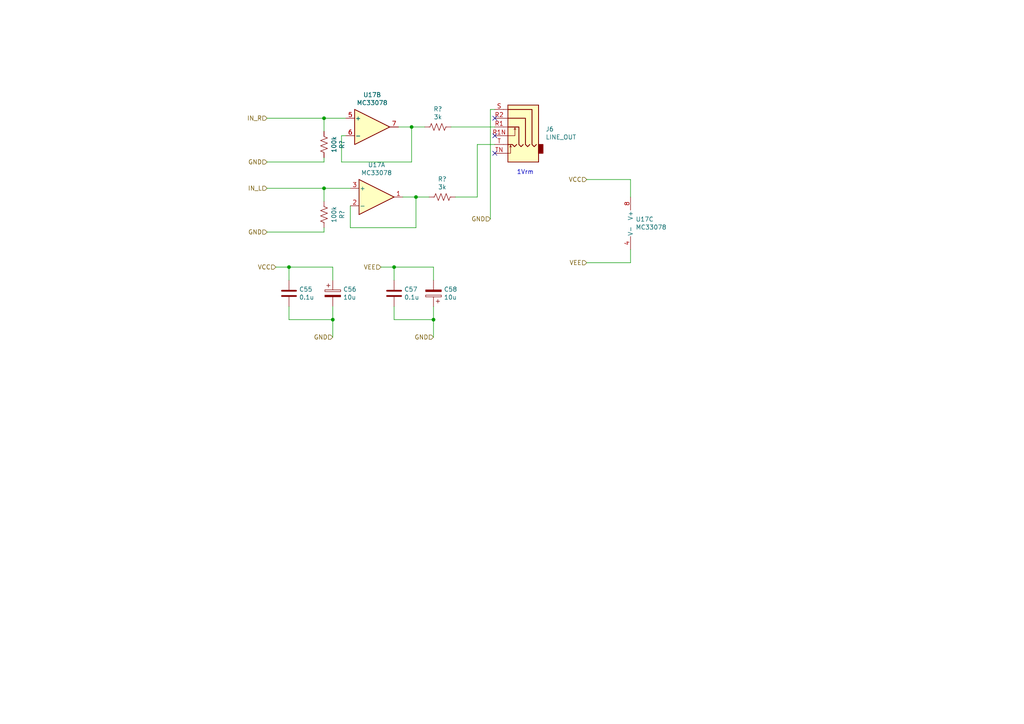
<source format=kicad_sch>
(kicad_sch (version 20230121) (generator eeschema)

  (uuid f01cc615-dade-43a2-b07c-90fa59f4a93a)

  (paper "A4")

  (lib_symbols
    (symbol "Amplifier_Operational:MC33078" (pin_names (offset 0.127)) (in_bom yes) (on_board yes)
      (property "Reference" "U" (at 0 5.08 0)
        (effects (font (size 1.27 1.27)) (justify left))
      )
      (property "Value" "MC33078" (at 0 -5.08 0)
        (effects (font (size 1.27 1.27)) (justify left))
      )
      (property "Footprint" "" (at 0 0 0)
        (effects (font (size 1.27 1.27)) hide)
      )
      (property "Datasheet" "https://www.onsemi.com/pub/Collateral/MC33078-D.PDF" (at 0 0 0)
        (effects (font (size 1.27 1.27)) hide)
      )
      (property "ki_locked" "" (at 0 0 0)
        (effects (font (size 1.27 1.27)))
      )
      (property "ki_keywords" "dual opamp" (at 0 0 0)
        (effects (font (size 1.27 1.27)) hide)
      )
      (property "ki_description" "Low Noise, Dual Operational Amplifiers, DIP-8/SOIC-8/SSOP-8" (at 0 0 0)
        (effects (font (size 1.27 1.27)) hide)
      )
      (property "ki_fp_filters" "SOIC*3.9x4.9mm*P1.27mm* DIP*W7.62mm* TO*99* OnSemi*Micro8* TSSOP*3x3mm*P0.65mm* TSSOP*4.4x3mm*P0.65mm* MSOP*3x3mm*P0.65mm* SSOP*3.9x4.9mm*P0.635mm* LFCSP*2x2mm*P0.5mm* *SIP* SOIC*5.3x6.2mm*P1.27mm*" (at 0 0 0)
        (effects (font (size 1.27 1.27)) hide)
      )
      (symbol "MC33078_1_1"
        (polyline
          (pts
            (xy -5.08 5.08)
            (xy 5.08 0)
            (xy -5.08 -5.08)
            (xy -5.08 5.08)
          )
          (stroke (width 0.254) (type default))
          (fill (type background))
        )
        (pin output line (at 7.62 0 180) (length 2.54)
          (name "~" (effects (font (size 1.27 1.27))))
          (number "1" (effects (font (size 1.27 1.27))))
        )
        (pin input line (at -7.62 -2.54 0) (length 2.54)
          (name "-" (effects (font (size 1.27 1.27))))
          (number "2" (effects (font (size 1.27 1.27))))
        )
        (pin input line (at -7.62 2.54 0) (length 2.54)
          (name "+" (effects (font (size 1.27 1.27))))
          (number "3" (effects (font (size 1.27 1.27))))
        )
      )
      (symbol "MC33078_2_1"
        (polyline
          (pts
            (xy -5.08 5.08)
            (xy 5.08 0)
            (xy -5.08 -5.08)
            (xy -5.08 5.08)
          )
          (stroke (width 0.254) (type default))
          (fill (type background))
        )
        (pin input line (at -7.62 2.54 0) (length 2.54)
          (name "+" (effects (font (size 1.27 1.27))))
          (number "5" (effects (font (size 1.27 1.27))))
        )
        (pin input line (at -7.62 -2.54 0) (length 2.54)
          (name "-" (effects (font (size 1.27 1.27))))
          (number "6" (effects (font (size 1.27 1.27))))
        )
        (pin output line (at 7.62 0 180) (length 2.54)
          (name "~" (effects (font (size 1.27 1.27))))
          (number "7" (effects (font (size 1.27 1.27))))
        )
      )
      (symbol "MC33078_3_1"
        (pin power_in line (at -2.54 -7.62 90) (length 3.81)
          (name "V-" (effects (font (size 1.27 1.27))))
          (number "4" (effects (font (size 1.27 1.27))))
        )
        (pin power_in line (at -2.54 7.62 270) (length 3.81)
          (name "V+" (effects (font (size 1.27 1.27))))
          (number "8" (effects (font (size 1.27 1.27))))
        )
      )
    )
    (symbol "Device:C" (pin_numbers hide) (pin_names (offset 0.254)) (in_bom yes) (on_board yes)
      (property "Reference" "C" (at 0.635 2.54 0)
        (effects (font (size 1.27 1.27)) (justify left))
      )
      (property "Value" "C" (at 0.635 -2.54 0)
        (effects (font (size 1.27 1.27)) (justify left))
      )
      (property "Footprint" "" (at 0.9652 -3.81 0)
        (effects (font (size 1.27 1.27)) hide)
      )
      (property "Datasheet" "~" (at 0 0 0)
        (effects (font (size 1.27 1.27)) hide)
      )
      (property "ki_keywords" "cap capacitor" (at 0 0 0)
        (effects (font (size 1.27 1.27)) hide)
      )
      (property "ki_description" "Unpolarized capacitor" (at 0 0 0)
        (effects (font (size 1.27 1.27)) hide)
      )
      (property "ki_fp_filters" "C_*" (at 0 0 0)
        (effects (font (size 1.27 1.27)) hide)
      )
      (symbol "C_0_1"
        (polyline
          (pts
            (xy -2.032 -0.762)
            (xy 2.032 -0.762)
          )
          (stroke (width 0.508) (type default))
          (fill (type none))
        )
        (polyline
          (pts
            (xy -2.032 0.762)
            (xy 2.032 0.762)
          )
          (stroke (width 0.508) (type default))
          (fill (type none))
        )
      )
      (symbol "C_1_1"
        (pin passive line (at 0 3.81 270) (length 2.794)
          (name "~" (effects (font (size 1.27 1.27))))
          (number "1" (effects (font (size 1.27 1.27))))
        )
        (pin passive line (at 0 -3.81 90) (length 2.794)
          (name "~" (effects (font (size 1.27 1.27))))
          (number "2" (effects (font (size 1.27 1.27))))
        )
      )
    )
    (symbol "Device:R_US" (pin_numbers hide) (pin_names (offset 0)) (in_bom yes) (on_board yes)
      (property "Reference" "R" (at 2.54 0 90)
        (effects (font (size 1.27 1.27)))
      )
      (property "Value" "R_US" (at -2.54 0 90)
        (effects (font (size 1.27 1.27)))
      )
      (property "Footprint" "" (at 1.016 -0.254 90)
        (effects (font (size 1.27 1.27)) hide)
      )
      (property "Datasheet" "~" (at 0 0 0)
        (effects (font (size 1.27 1.27)) hide)
      )
      (property "ki_keywords" "R res resistor" (at 0 0 0)
        (effects (font (size 1.27 1.27)) hide)
      )
      (property "ki_description" "Resistor, US symbol" (at 0 0 0)
        (effects (font (size 1.27 1.27)) hide)
      )
      (property "ki_fp_filters" "R_*" (at 0 0 0)
        (effects (font (size 1.27 1.27)) hide)
      )
      (symbol "R_US_0_1"
        (polyline
          (pts
            (xy 0 -2.286)
            (xy 0 -2.54)
          )
          (stroke (width 0) (type default))
          (fill (type none))
        )
        (polyline
          (pts
            (xy 0 2.286)
            (xy 0 2.54)
          )
          (stroke (width 0) (type default))
          (fill (type none))
        )
        (polyline
          (pts
            (xy 0 -0.762)
            (xy 1.016 -1.143)
            (xy 0 -1.524)
            (xy -1.016 -1.905)
            (xy 0 -2.286)
          )
          (stroke (width 0) (type default))
          (fill (type none))
        )
        (polyline
          (pts
            (xy 0 0.762)
            (xy 1.016 0.381)
            (xy 0 0)
            (xy -1.016 -0.381)
            (xy 0 -0.762)
          )
          (stroke (width 0) (type default))
          (fill (type none))
        )
        (polyline
          (pts
            (xy 0 2.286)
            (xy 1.016 1.905)
            (xy 0 1.524)
            (xy -1.016 1.143)
            (xy 0 0.762)
          )
          (stroke (width 0) (type default))
          (fill (type none))
        )
      )
      (symbol "R_US_1_1"
        (pin passive line (at 0 3.81 270) (length 1.27)
          (name "~" (effects (font (size 1.27 1.27))))
          (number "1" (effects (font (size 1.27 1.27))))
        )
        (pin passive line (at 0 -3.81 90) (length 1.27)
          (name "~" (effects (font (size 1.27 1.27))))
          (number "2" (effects (font (size 1.27 1.27))))
        )
      )
    )
    (symbol "usbdac-rescue:AudioJack4_SwitchTR1-Connector" (in_bom yes) (on_board yes)
      (property "Reference" "J" (at 0 11.43 0)
        (effects (font (size 1.27 1.27)))
      )
      (property "Value" "Connector_AudioJack4_SwitchTR1" (at 0 8.89 0)
        (effects (font (size 1.27 1.27)))
      )
      (property "Footprint" "" (at -1.27 0 0)
        (effects (font (size 1.27 1.27)) hide)
      )
      (property "Datasheet" "" (at -1.27 0 0)
        (effects (font (size 1.27 1.27)) hide)
      )
      (property "ki_fp_filters" "Jack*" (at 0 0 0)
        (effects (font (size 1.27 1.27)) hide)
      )
      (symbol "AudioJack4_SwitchTR1-Connector_0_1"
        (rectangle (start -7.62 -5.08) (end -8.89 -7.62)
          (stroke (width 0.254) (type solid))
          (fill (type outline))
        )
        (polyline
          (pts
            (xy 1.27 -5.08)
            (xy 2.54 -5.08)
          )
          (stroke (width 0) (type solid))
          (fill (type none))
        )
        (polyline
          (pts
            (xy 1.27 2.54)
            (xy 2.54 2.54)
          )
          (stroke (width 0) (type solid))
          (fill (type none))
        )
        (polyline
          (pts
            (xy 2.54 0)
            (xy 1.27 0)
          )
          (stroke (width 0) (type solid))
          (fill (type none))
        )
        (polyline
          (pts
            (xy 2.54 5.08)
            (xy 1.27 5.08)
          )
          (stroke (width 0) (type solid))
          (fill (type none))
        )
        (rectangle (start 1.27 6.35) (end -7.62 -10.16)
          (stroke (width 0.254) (type solid))
          (fill (type background))
        )
      )
      (symbol "AudioJack4_SwitchTR1-Connector_1_1"
        (polyline
          (pts
            (xy -0.762 -0.254)
            (xy -0.508 -0.762)
          )
          (stroke (width 0) (type solid))
          (fill (type none))
        )
        (polyline
          (pts
            (xy 0.508 -5.334)
            (xy 0.762 -5.842)
          )
          (stroke (width 0) (type solid))
          (fill (type none))
        )
        (polyline
          (pts
            (xy -1.27 -5.08)
            (xy -0.635 -5.715)
            (xy 0 -5.08)
            (xy 1.27 -5.08)
          )
          (stroke (width 0.254) (type solid))
          (fill (type none))
        )
        (polyline
          (pts
            (xy 2.54 -7.62)
            (xy 0.508 -7.62)
            (xy 0.508 -5.334)
            (xy 0.254 -5.842)
          )
          (stroke (width 0) (type solid))
          (fill (type none))
        )
        (polyline
          (pts
            (xy 2.54 -2.54)
            (xy -0.762 -2.54)
            (xy -0.762 -0.254)
            (xy -1.016 -0.762)
          )
          (stroke (width 0) (type solid))
          (fill (type none))
        )
        (polyline
          (pts
            (xy -3.175 -5.08)
            (xy -2.54 -5.715)
            (xy -1.905 -5.08)
            (xy -1.905 0)
            (xy 1.27 0)
          )
          (stroke (width 0.254) (type solid))
          (fill (type none))
        )
        (polyline
          (pts
            (xy 1.27 2.54)
            (xy -3.81 2.54)
            (xy -3.81 -5.08)
            (xy -4.445 -5.715)
            (xy -5.08 -5.08)
          )
          (stroke (width 0.254) (type solid))
          (fill (type none))
        )
        (polyline
          (pts
            (xy 1.27 5.08)
            (xy -5.715 5.08)
            (xy -5.715 -5.08)
            (xy -6.35 -5.715)
            (xy -6.985 -5.08)
          )
          (stroke (width 0.254) (type solid))
          (fill (type none))
        )
        (pin passive line (at 5.08 0 180) (length 2.54)
          (name "~" (effects (font (size 1.27 1.27))))
          (number "R1" (effects (font (size 1.27 1.27))))
        )
        (pin passive line (at 5.08 -2.54 180) (length 2.54)
          (name "~" (effects (font (size 1.27 1.27))))
          (number "R1N" (effects (font (size 1.27 1.27))))
        )
        (pin passive line (at 5.08 2.54 180) (length 2.54)
          (name "~" (effects (font (size 1.27 1.27))))
          (number "R2" (effects (font (size 1.27 1.27))))
        )
        (pin passive line (at 5.08 5.08 180) (length 2.54)
          (name "~" (effects (font (size 1.27 1.27))))
          (number "S" (effects (font (size 1.27 1.27))))
        )
        (pin passive line (at 5.08 -5.08 180) (length 2.54)
          (name "~" (effects (font (size 1.27 1.27))))
          (number "T" (effects (font (size 1.27 1.27))))
        )
        (pin passive line (at 5.08 -7.62 180) (length 2.54)
          (name "~" (effects (font (size 1.27 1.27))))
          (number "TN" (effects (font (size 1.27 1.27))))
        )
      )
    )
    (symbol "usbdac-rescue:CP-Device" (pin_numbers hide) (pin_names (offset 0.254)) (in_bom yes) (on_board yes)
      (property "Reference" "C" (at 0.635 2.54 0)
        (effects (font (size 1.27 1.27)) (justify left))
      )
      (property "Value" "Device_CP" (at 0.635 -2.54 0)
        (effects (font (size 1.27 1.27)) (justify left))
      )
      (property "Footprint" "" (at 0.9652 -3.81 0)
        (effects (font (size 1.27 1.27)) hide)
      )
      (property "Datasheet" "" (at 0 0 0)
        (effects (font (size 1.27 1.27)) hide)
      )
      (property "ki_fp_filters" "CP_*" (at 0 0 0)
        (effects (font (size 1.27 1.27)) hide)
      )
      (symbol "CP-Device_0_1"
        (rectangle (start -2.286 0.508) (end 2.286 1.016)
          (stroke (width 0) (type solid))
          (fill (type none))
        )
        (polyline
          (pts
            (xy -1.778 2.286)
            (xy -0.762 2.286)
          )
          (stroke (width 0) (type solid))
          (fill (type none))
        )
        (polyline
          (pts
            (xy -1.27 2.794)
            (xy -1.27 1.778)
          )
          (stroke (width 0) (type solid))
          (fill (type none))
        )
        (rectangle (start 2.286 -0.508) (end -2.286 -1.016)
          (stroke (width 0) (type solid))
          (fill (type outline))
        )
      )
      (symbol "CP-Device_1_1"
        (pin passive line (at 0 3.81 270) (length 2.794)
          (name "~" (effects (font (size 1.27 1.27))))
          (number "1" (effects (font (size 1.27 1.27))))
        )
        (pin passive line (at 0 -3.81 90) (length 2.794)
          (name "~" (effects (font (size 1.27 1.27))))
          (number "2" (effects (font (size 1.27 1.27))))
        )
      )
    )
  )

  (junction (at 119.38 36.83) (diameter 0) (color 0 0 0 0)
    (uuid 01d6711a-60e6-4103-9651-de782a556c10)
  )
  (junction (at 125.73 92.71) (diameter 0) (color 0 0 0 0)
    (uuid 12c3533f-d18c-4b27-9a0f-f219c3ee20bf)
  )
  (junction (at 93.98 54.61) (diameter 0) (color 0 0 0 0)
    (uuid 3ba21ef5-dcac-42c4-a169-435d8d487787)
  )
  (junction (at 96.52 92.71) (diameter 0) (color 0 0 0 0)
    (uuid 80ec5c63-bf56-4b27-bc2a-491d78b5b373)
  )
  (junction (at 83.82 77.47) (diameter 0) (color 0 0 0 0)
    (uuid 9bbb8246-33a7-4a0d-8120-198b0871c560)
  )
  (junction (at 120.65 57.15) (diameter 0) (color 0 0 0 0)
    (uuid a3d85602-29fb-41b1-bbaf-977ca711e2ea)
  )
  (junction (at 93.98 34.29) (diameter 0) (color 0 0 0 0)
    (uuid d4ba5ef1-8e19-4884-b7ad-1bf9d374eb3c)
  )
  (junction (at 114.3 77.47) (diameter 0) (color 0 0 0 0)
    (uuid db88cf4c-5463-43b8-953d-50c41c7c013c)
  )

  (no_connect (at 143.51 44.45) (uuid 829e6ecc-1158-467f-bd3a-e08232824397))
  (no_connect (at 143.51 34.29) (uuid b0ea235b-043f-41d4-8bd9-531565caabb8))
  (no_connect (at 143.51 39.37) (uuid fbe8f9b0-b545-4266-8442-8fe58589f2ac))

  (wire (pts (xy 120.65 66.04) (xy 120.65 57.15))
    (stroke (width 0) (type default))
    (uuid 00347a84-08b2-48ff-811d-979c8b056759)
  )
  (wire (pts (xy 93.98 67.31) (xy 93.98 66.04))
    (stroke (width 0) (type default))
    (uuid 027b669c-e836-4d71-ae31-74686fc5d60c)
  )
  (wire (pts (xy 125.73 92.71) (xy 125.73 97.79))
    (stroke (width 0) (type default))
    (uuid 070ce5d7-5d5b-48e6-bdfa-6c867403b923)
  )
  (wire (pts (xy 142.24 31.75) (xy 143.51 31.75))
    (stroke (width 0) (type default))
    (uuid 07c4c8f1-b8e0-4366-a340-46c7a4d478ba)
  )
  (wire (pts (xy 132.08 57.15) (xy 138.43 57.15))
    (stroke (width 0) (type default))
    (uuid 16dba2b5-d0b8-49b1-8bd1-4cdf59cf5e12)
  )
  (wire (pts (xy 101.6 66.04) (xy 120.65 66.04))
    (stroke (width 0) (type default))
    (uuid 1a62609d-7ddd-4456-a2ba-4579abf9ab69)
  )
  (wire (pts (xy 125.73 77.47) (xy 125.73 81.28))
    (stroke (width 0) (type default))
    (uuid 1c9428ef-0269-4300-8b90-5a8571b641ca)
  )
  (wire (pts (xy 124.46 57.15) (xy 120.65 57.15))
    (stroke (width 0) (type default))
    (uuid 1eaf20da-4450-4674-a502-9cf60cbbda7c)
  )
  (wire (pts (xy 120.65 57.15) (xy 116.84 57.15))
    (stroke (width 0) (type default))
    (uuid 2126e59b-8d97-4e7f-8fe5-65c685c00128)
  )
  (wire (pts (xy 182.88 57.15) (xy 182.88 52.07))
    (stroke (width 0) (type default))
    (uuid 29619e44-a128-458a-91ae-212cac0089ca)
  )
  (wire (pts (xy 123.19 36.83) (xy 119.38 36.83))
    (stroke (width 0) (type default))
    (uuid 3bb40e61-6614-4421-8af6-d057cd5b9c2b)
  )
  (wire (pts (xy 138.43 41.91) (xy 138.43 57.15))
    (stroke (width 0) (type default))
    (uuid 3be369fb-d4bc-4f42-a9b6-9546c5b99b41)
  )
  (wire (pts (xy 93.98 38.1) (xy 93.98 34.29))
    (stroke (width 0) (type default))
    (uuid 3f2b868a-d6ad-44e9-a28b-9eda2975f0a5)
  )
  (wire (pts (xy 93.98 58.42) (xy 93.98 54.61))
    (stroke (width 0) (type default))
    (uuid 4146b1bd-ad65-482a-9c77-7bd888908bd4)
  )
  (wire (pts (xy 96.52 92.71) (xy 96.52 88.9))
    (stroke (width 0) (type default))
    (uuid 440c6765-c3ff-43fc-8c7b-44b0e3784178)
  )
  (wire (pts (xy 77.47 46.99) (xy 93.98 46.99))
    (stroke (width 0) (type default))
    (uuid 48ef0c31-d3ed-4a2b-af98-b0ca56d70cd4)
  )
  (wire (pts (xy 114.3 77.47) (xy 114.3 81.28))
    (stroke (width 0) (type default))
    (uuid 4d42506c-8bf8-42d6-b0b3-5bb7ac76a57f)
  )
  (wire (pts (xy 77.47 54.61) (xy 93.98 54.61))
    (stroke (width 0) (type default))
    (uuid 54041948-c765-4034-8fef-9e819b65166d)
  )
  (wire (pts (xy 99.06 46.99) (xy 119.38 46.99))
    (stroke (width 0) (type default))
    (uuid 56302887-31e3-4f39-934e-ed72322cba12)
  )
  (wire (pts (xy 114.3 77.47) (xy 125.73 77.47))
    (stroke (width 0) (type default))
    (uuid 58c594ed-af91-4a35-9f77-8731ad76acba)
  )
  (wire (pts (xy 100.33 39.37) (xy 99.06 39.37))
    (stroke (width 0) (type default))
    (uuid 5f617584-d595-4b94-8d3d-c596cc0a238e)
  )
  (wire (pts (xy 77.47 67.31) (xy 93.98 67.31))
    (stroke (width 0) (type default))
    (uuid 694a9e6c-fabe-4a78-aa35-0da48706033c)
  )
  (wire (pts (xy 96.52 77.47) (xy 96.52 81.28))
    (stroke (width 0) (type default))
    (uuid 6bc4a656-863c-4d3e-9167-bc725352f456)
  )
  (wire (pts (xy 143.51 41.91) (xy 138.43 41.91))
    (stroke (width 0) (type default))
    (uuid 6d16d9cd-824d-4d4d-864d-7684e701943f)
  )
  (wire (pts (xy 130.81 36.83) (xy 143.51 36.83))
    (stroke (width 0) (type default))
    (uuid 743c0626-6dbf-4457-867e-5ef0a17cfa79)
  )
  (wire (pts (xy 83.82 92.71) (xy 96.52 92.71))
    (stroke (width 0) (type default))
    (uuid 9fd8c1ba-1619-4a42-8707-9d23e53d7643)
  )
  (wire (pts (xy 125.73 92.71) (xy 125.73 88.9))
    (stroke (width 0) (type default))
    (uuid adc7f5bb-ae24-427b-b63e-279255b6cc67)
  )
  (wire (pts (xy 101.6 59.69) (xy 101.6 66.04))
    (stroke (width 0) (type default))
    (uuid b11d9efb-420c-4762-99c2-291d90ab5feb)
  )
  (wire (pts (xy 114.3 88.9) (xy 114.3 92.71))
    (stroke (width 0) (type default))
    (uuid b6f3e183-41fc-4744-ad25-de0ac04f2e2b)
  )
  (wire (pts (xy 142.24 63.5) (xy 142.24 31.75))
    (stroke (width 0) (type default))
    (uuid c973f481-6ea5-4de7-a113-7234c25aa26c)
  )
  (wire (pts (xy 170.18 52.07) (xy 182.88 52.07))
    (stroke (width 0) (type default))
    (uuid c9891df2-339a-402c-8cd9-3f19ed8ab182)
  )
  (wire (pts (xy 96.52 92.71) (xy 96.52 97.79))
    (stroke (width 0) (type default))
    (uuid cb49338e-f014-4af7-ad50-5717d3adcd74)
  )
  (wire (pts (xy 170.18 76.2) (xy 182.88 76.2))
    (stroke (width 0) (type default))
    (uuid cfe33ea0-bce5-421b-b812-4149a9430db3)
  )
  (wire (pts (xy 99.06 39.37) (xy 99.06 46.99))
    (stroke (width 0) (type default))
    (uuid d6092abd-51ee-465b-845a-17e9d24c1e3b)
  )
  (wire (pts (xy 119.38 36.83) (xy 115.57 36.83))
    (stroke (width 0) (type default))
    (uuid dc83e6ef-150b-41d7-895b-3e933c913046)
  )
  (wire (pts (xy 119.38 46.99) (xy 119.38 36.83))
    (stroke (width 0) (type default))
    (uuid e2fd4101-1e81-4e47-8914-e4700d546f60)
  )
  (wire (pts (xy 93.98 34.29) (xy 100.33 34.29))
    (stroke (width 0) (type default))
    (uuid e5825bab-f1c5-4a07-a8de-eedf938ba799)
  )
  (wire (pts (xy 83.82 88.9) (xy 83.82 92.71))
    (stroke (width 0) (type default))
    (uuid e86893b1-834f-41f9-b476-d444d5d0d32a)
  )
  (wire (pts (xy 83.82 77.47) (xy 83.82 81.28))
    (stroke (width 0) (type default))
    (uuid ea5825cb-51cf-41bd-a879-037681e90cab)
  )
  (wire (pts (xy 93.98 46.99) (xy 93.98 45.72))
    (stroke (width 0) (type default))
    (uuid eb6d1f0c-5be7-4285-9017-f9c65bc20d36)
  )
  (wire (pts (xy 114.3 92.71) (xy 125.73 92.71))
    (stroke (width 0) (type default))
    (uuid ebe72c5c-6795-451f-a7bb-27418c84bd1d)
  )
  (wire (pts (xy 83.82 77.47) (xy 96.52 77.47))
    (stroke (width 0) (type default))
    (uuid ed538b23-5a62-40b1-be93-8d13921e9811)
  )
  (wire (pts (xy 77.47 34.29) (xy 93.98 34.29))
    (stroke (width 0) (type default))
    (uuid f20c22f3-dffb-45c7-88b1-e3f0ddc9f2b2)
  )
  (wire (pts (xy 80.01 77.47) (xy 83.82 77.47))
    (stroke (width 0) (type default))
    (uuid f38db06e-efdf-4bcc-8fa4-34de7e082bde)
  )
  (wire (pts (xy 110.49 77.47) (xy 114.3 77.47))
    (stroke (width 0) (type default))
    (uuid f8dd2ed9-6ca4-462a-9958-0c44021f588e)
  )
  (wire (pts (xy 93.98 54.61) (xy 101.6 54.61))
    (stroke (width 0) (type default))
    (uuid fdd318d1-34d1-4a8f-82e8-eb629c837b0a)
  )
  (wire (pts (xy 182.88 76.2) (xy 182.88 72.39))
    (stroke (width 0) (type default))
    (uuid fe8763ab-4f02-4651-a8e9-d6226f120d54)
  )

  (text "1Vrm" (at 149.86 50.8 0)
    (effects (font (size 1.27 1.27)) (justify left bottom))
    (uuid c306327d-57ea-4947-8e81-8c172b0b89be)
  )

  (hierarchical_label "VCC" (shape input) (at 170.18 52.07 180) (fields_autoplaced)
    (effects (font (size 1.27 1.27)) (justify right))
    (uuid 01b283ec-dd5d-4614-852e-c41eae7a2cc6)
  )
  (hierarchical_label "VEE" (shape input) (at 110.49 77.47 180) (fields_autoplaced)
    (effects (font (size 1.27 1.27)) (justify right))
    (uuid 0fbcf71b-5378-4732-82ad-dd3d91567e03)
  )
  (hierarchical_label "GND" (shape input) (at 96.52 97.79 180) (fields_autoplaced)
    (effects (font (size 1.27 1.27)) (justify right))
    (uuid 3a8dc67f-b0cf-4b62-9762-b32e59bd3989)
  )
  (hierarchical_label "GND" (shape input) (at 142.24 63.5 180) (fields_autoplaced)
    (effects (font (size 1.27 1.27)) (justify right))
    (uuid 4c75e7ea-567e-4c5c-bc81-3c4755e7d9cd)
  )
  (hierarchical_label "GND" (shape input) (at 125.73 97.79 180) (fields_autoplaced)
    (effects (font (size 1.27 1.27)) (justify right))
    (uuid 56a11056-4b2b-433c-a0cc-0b9ea325e24e)
  )
  (hierarchical_label "VCC" (shape input) (at 80.01 77.47 180) (fields_autoplaced)
    (effects (font (size 1.27 1.27)) (justify right))
    (uuid 8cf00ee9-64b6-4ae0-a53d-8b67afe106ec)
  )
  (hierarchical_label "IN_L" (shape input) (at 77.47 54.61 180) (fields_autoplaced)
    (effects (font (size 1.27 1.27)) (justify right))
    (uuid aad3dcdb-2c65-4a2a-9db6-7bf40bf94e1d)
  )
  (hierarchical_label "IN_R" (shape input) (at 77.47 34.29 180) (fields_autoplaced)
    (effects (font (size 1.27 1.27)) (justify right))
    (uuid cb8db7e0-5eb3-4fbf-a662-90c1bfc075fe)
  )
  (hierarchical_label "GND" (shape input) (at 77.47 46.99 180) (fields_autoplaced)
    (effects (font (size 1.27 1.27)) (justify right))
    (uuid cfbb2c2c-3f65-4104-9e85-367c5fbb3221)
  )
  (hierarchical_label "VEE" (shape input) (at 170.18 76.2 180) (fields_autoplaced)
    (effects (font (size 1.27 1.27)) (justify right))
    (uuid d69048d4-1a01-441d-8451-27a73003892e)
  )
  (hierarchical_label "GND" (shape input) (at 77.47 67.31 180) (fields_autoplaced)
    (effects (font (size 1.27 1.27)) (justify right))
    (uuid f1d7b675-dc9f-4d7b-9310-36a4cd913e9e)
  )

  (symbol (lib_id "usbdac-rescue:CP-Device") (at 96.52 85.09 0) (unit 1)
    (in_bom yes) (on_board yes) (dnp no)
    (uuid 00000000-0000-0000-0000-000063d7dfbb)
    (property "Reference" "C56" (at 99.5172 83.9216 0)
      (effects (font (size 1.27 1.27)) (justify left))
    )
    (property "Value" "10u" (at 99.5172 86.233 0)
      (effects (font (size 1.27 1.27)) (justify left))
    )
    (property "Footprint" "Capacitor_SMD:CP_Elec_4x3.9" (at 97.4852 88.9 0)
      (effects (font (size 1.27 1.27)) hide)
    )
    (property "Datasheet" "~" (at 96.52 85.09 0)
      (effects (font (size 1.27 1.27)) hide)
    )
    (pin "1" (uuid ddeaaf2b-ec6a-49e4-a4b1-38395d946886))
    (pin "2" (uuid f9bdcc51-da42-4ed6-b022-9c9110a35152))
    (instances
      (project "usbdac"
        (path "/d1c9d0ec-7d09-4a8b-b15d-504a9295cae6/00000000-0000-0000-0000-000064f17f8b"
          (reference "C56") (unit 1)
        )
      )
    )
  )

  (symbol (lib_id "Device:C") (at 83.82 85.09 0) (unit 1)
    (in_bom yes) (on_board yes) (dnp no)
    (uuid 00000000-0000-0000-0000-000063d7ed2e)
    (property "Reference" "C55" (at 86.741 83.9216 0)
      (effects (font (size 1.27 1.27)) (justify left))
    )
    (property "Value" "0.1u" (at 86.741 86.233 0)
      (effects (font (size 1.27 1.27)) (justify left))
    )
    (property "Footprint" "Capacitor_SMD:C_0603_1608Metric" (at 84.7852 88.9 0)
      (effects (font (size 1.27 1.27)) hide)
    )
    (property "Datasheet" "~" (at 83.82 85.09 0)
      (effects (font (size 1.27 1.27)) hide)
    )
    (pin "1" (uuid 376d6ad2-69f3-420f-be34-99783885b19f))
    (pin "2" (uuid 6cd596b9-3979-4a11-beba-1035be6bd0b7))
    (instances
      (project "usbdac"
        (path "/d1c9d0ec-7d09-4a8b-b15d-504a9295cae6/00000000-0000-0000-0000-000064f17f8b"
          (reference "C55") (unit 1)
        )
      )
    )
  )

  (symbol (lib_id "usbdac-rescue:CP-Device") (at 125.73 85.09 180) (unit 1)
    (in_bom yes) (on_board yes) (dnp no)
    (uuid 00000000-0000-0000-0000-000063d80026)
    (property "Reference" "C58" (at 128.7272 83.9216 0)
      (effects (font (size 1.27 1.27)) (justify right))
    )
    (property "Value" "10u" (at 128.7272 86.233 0)
      (effects (font (size 1.27 1.27)) (justify right))
    )
    (property "Footprint" "Capacitor_SMD:CP_Elec_4x3.9" (at 124.7648 81.28 0)
      (effects (font (size 1.27 1.27)) hide)
    )
    (property "Datasheet" "~" (at 125.73 85.09 0)
      (effects (font (size 1.27 1.27)) hide)
    )
    (pin "1" (uuid 76e52ae4-3b8d-47f3-9d2c-963fec128407))
    (pin "2" (uuid 0c934781-a1d1-4d3d-8f94-7932cbf104fb))
    (instances
      (project "usbdac"
        (path "/d1c9d0ec-7d09-4a8b-b15d-504a9295cae6/00000000-0000-0000-0000-000064f17f8b"
          (reference "C58") (unit 1)
        )
      )
    )
  )

  (symbol (lib_id "Device:C") (at 114.3 85.09 0) (unit 1)
    (in_bom yes) (on_board yes) (dnp no)
    (uuid 00000000-0000-0000-0000-000063d8029a)
    (property "Reference" "C57" (at 117.221 83.9216 0)
      (effects (font (size 1.27 1.27)) (justify left))
    )
    (property "Value" "0.1u" (at 117.221 86.233 0)
      (effects (font (size 1.27 1.27)) (justify left))
    )
    (property "Footprint" "Capacitor_SMD:C_0603_1608Metric" (at 115.2652 88.9 0)
      (effects (font (size 1.27 1.27)) hide)
    )
    (property "Datasheet" "~" (at 114.3 85.09 0)
      (effects (font (size 1.27 1.27)) hide)
    )
    (pin "1" (uuid 3a299634-9779-4670-9c42-2453b49605ec))
    (pin "2" (uuid f11bf0a0-ae1f-4345-bd31-9087fb50e34c))
    (instances
      (project "usbdac"
        (path "/d1c9d0ec-7d09-4a8b-b15d-504a9295cae6/00000000-0000-0000-0000-000064f17f8b"
          (reference "C57") (unit 1)
        )
      )
    )
  )

  (symbol (lib_id "Device:R_US") (at 93.98 41.91 0) (unit 1)
    (in_bom yes) (on_board yes) (dnp no)
    (uuid 00000000-0000-0000-0000-000064223269)
    (property "Reference" "R?" (at 99.187 41.91 90)
      (effects (font (size 1.27 1.27)))
    )
    (property "Value" "100k" (at 96.8756 41.91 90)
      (effects (font (size 1.27 1.27)))
    )
    (property "Footprint" "Resistor_SMD:R_0603_1608Metric" (at 94.996 42.164 90)
      (effects (font (size 1.27 1.27)) hide)
    )
    (property "Datasheet" "~" (at 93.98 41.91 0)
      (effects (font (size 1.27 1.27)) hide)
    )
    (pin "1" (uuid 9f55f975-816c-41ee-b99b-40715864d4e7))
    (pin "2" (uuid 3ba00891-afb5-4b91-9c99-60173ad3f3b8))
    (instances
      (project "usbdac"
        (path "/d1c9d0ec-7d09-4a8b-b15d-504a9295cae6"
          (reference "R?") (unit 1)
        )
        (path "/d1c9d0ec-7d09-4a8b-b15d-504a9295cae6/00000000-0000-0000-0000-000064f17f8b"
          (reference "R5") (unit 1)
        )
      )
    )
  )

  (symbol (lib_id "Device:R_US") (at 93.98 62.23 0) (unit 1)
    (in_bom yes) (on_board yes) (dnp no)
    (uuid 00000000-0000-0000-0000-000064225a18)
    (property "Reference" "R?" (at 99.187 62.23 90)
      (effects (font (size 1.27 1.27)))
    )
    (property "Value" "100k" (at 96.8756 62.23 90)
      (effects (font (size 1.27 1.27)))
    )
    (property "Footprint" "Resistor_SMD:R_0603_1608Metric" (at 94.996 62.484 90)
      (effects (font (size 1.27 1.27)) hide)
    )
    (property "Datasheet" "~" (at 93.98 62.23 0)
      (effects (font (size 1.27 1.27)) hide)
    )
    (pin "1" (uuid 6438dbb3-5486-4a59-b5c8-093c8c2cb165))
    (pin "2" (uuid 2c17c66d-c391-4ec6-b2ac-b7cc8216473e))
    (instances
      (project "usbdac"
        (path "/d1c9d0ec-7d09-4a8b-b15d-504a9295cae6"
          (reference "R?") (unit 1)
        )
        (path "/d1c9d0ec-7d09-4a8b-b15d-504a9295cae6/00000000-0000-0000-0000-000064f17f8b"
          (reference "R44") (unit 1)
        )
      )
    )
  )

  (symbol (lib_id "Device:R_US") (at 128.27 57.15 90) (unit 1)
    (in_bom yes) (on_board yes) (dnp no)
    (uuid 00000000-0000-0000-0000-000064f2ca6d)
    (property "Reference" "R?" (at 128.27 51.943 90)
      (effects (font (size 1.27 1.27)))
    )
    (property "Value" "3k" (at 128.27 54.2544 90)
      (effects (font (size 1.27 1.27)))
    )
    (property "Footprint" "Resistor_SMD:R_0603_1608Metric" (at 128.524 56.134 90)
      (effects (font (size 1.27 1.27)) hide)
    )
    (property "Datasheet" "~" (at 128.27 57.15 0)
      (effects (font (size 1.27 1.27)) hide)
    )
    (pin "1" (uuid c2a63950-40f0-425f-90ff-d564c4adb092))
    (pin "2" (uuid 023e567f-01d9-4528-b30d-d39fc97c8459))
    (instances
      (project "usbdac"
        (path "/d1c9d0ec-7d09-4a8b-b15d-504a9295cae6"
          (reference "R?") (unit 1)
        )
        (path "/d1c9d0ec-7d09-4a8b-b15d-504a9295cae6/00000000-0000-0000-0000-000064f17f8b"
          (reference "R51") (unit 1)
        )
      )
    )
  )

  (symbol (lib_id "Device:R_US") (at 127 36.83 90) (unit 1)
    (in_bom yes) (on_board yes) (dnp no)
    (uuid 00000000-0000-0000-0000-000064f2ca73)
    (property "Reference" "R?" (at 127 31.623 90)
      (effects (font (size 1.27 1.27)))
    )
    (property "Value" "3k" (at 127 33.9344 90)
      (effects (font (size 1.27 1.27)))
    )
    (property "Footprint" "Resistor_SMD:R_0603_1608Metric" (at 127.254 35.814 90)
      (effects (font (size 1.27 1.27)) hide)
    )
    (property "Datasheet" "~" (at 127 36.83 0)
      (effects (font (size 1.27 1.27)) hide)
    )
    (pin "1" (uuid 93058e44-1b3c-43a3-b035-690f77b78409))
    (pin "2" (uuid 8f795be3-c6b6-47e4-bf94-cb16b41f3488))
    (instances
      (project "usbdac"
        (path "/d1c9d0ec-7d09-4a8b-b15d-504a9295cae6"
          (reference "R?") (unit 1)
        )
        (path "/d1c9d0ec-7d09-4a8b-b15d-504a9295cae6/00000000-0000-0000-0000-000064f17f8b"
          (reference "R52") (unit 1)
        )
      )
    )
  )

  (symbol (lib_id "Amplifier_Operational:MC33078") (at 109.22 57.15 0) (unit 1)
    (in_bom yes) (on_board yes) (dnp no)
    (uuid 00000000-0000-0000-0000-000064f2ca8b)
    (property "Reference" "U17" (at 109.22 47.8282 0)
      (effects (font (size 1.27 1.27)))
    )
    (property "Value" "MC33078" (at 109.22 50.1396 0)
      (effects (font (size 1.27 1.27)))
    )
    (property "Footprint" "Package_SO:SO-8_3.9x4.9mm_P1.27mm" (at 109.22 57.15 0)
      (effects (font (size 1.27 1.27)) hide)
    )
    (property "Datasheet" "https://www.onsemi.com/pub/Collateral/MC33078-D.PDF" (at 109.22 57.15 0)
      (effects (font (size 1.27 1.27)) hide)
    )
    (pin "1" (uuid 2068039c-1c44-451f-a2c9-3fb91ef6ea0b))
    (pin "2" (uuid 4bacb5a4-e9aa-4a36-87af-c1b81b983882))
    (pin "3" (uuid dc086440-fecf-41e2-9f6b-408d3d63c7a8))
    (pin "5" (uuid a94afed8-ef69-478c-a91e-cb731c5eec15))
    (pin "6" (uuid c8e7ceb8-9a2e-4d6b-807b-b7e892d640a3))
    (pin "7" (uuid df8e3378-4c6c-4710-ae95-a9e9306a2ac1))
    (pin "4" (uuid bba11454-b811-48c9-a5a2-c52125f915ab))
    (pin "8" (uuid 4147c8aa-edda-47ff-8151-acce419fbb94))
    (instances
      (project "usbdac"
        (path "/d1c9d0ec-7d09-4a8b-b15d-504a9295cae6/00000000-0000-0000-0000-000064f17f8b"
          (reference "U17") (unit 1)
        )
      )
    )
  )

  (symbol (lib_id "Amplifier_Operational:MC33078") (at 107.95 36.83 0) (unit 2)
    (in_bom yes) (on_board yes) (dnp no)
    (uuid 00000000-0000-0000-0000-000064f2ca91)
    (property "Reference" "U17" (at 107.95 27.5082 0)
      (effects (font (size 1.27 1.27)))
    )
    (property "Value" "MC33078" (at 107.95 29.8196 0)
      (effects (font (size 1.27 1.27)))
    )
    (property "Footprint" "Package_SO:SO-8_3.9x4.9mm_P1.27mm" (at 107.95 36.83 0)
      (effects (font (size 1.27 1.27)) hide)
    )
    (property "Datasheet" "https://www.onsemi.com/pub/Collateral/MC33078-D.PDF" (at 107.95 36.83 0)
      (effects (font (size 1.27 1.27)) hide)
    )
    (pin "1" (uuid 08e094b0-6938-4501-b319-d8642952f5be))
    (pin "2" (uuid f7ec906d-c4ca-4fb8-b9ef-0fc7d6bf6c72))
    (pin "3" (uuid d8061974-1cc0-4626-aa4c-d78fdae391f8))
    (pin "5" (uuid 908a790f-cb1d-45b5-abe2-e71b94c9916b))
    (pin "6" (uuid ecade6da-3d9f-4b7e-96c2-3c1c7b77427a))
    (pin "7" (uuid 953880c1-91fd-4a94-819f-7c06ab970b59))
    (pin "4" (uuid 2097fd93-7d9c-4c2b-ac46-41f35bf12936))
    (pin "8" (uuid d53db5ef-5530-4748-9854-b6355086da4e))
    (instances
      (project "usbdac"
        (path "/d1c9d0ec-7d09-4a8b-b15d-504a9295cae6/00000000-0000-0000-0000-000064f17f8b"
          (reference "U17") (unit 2)
        )
      )
    )
  )

  (symbol (lib_id "Amplifier_Operational:MC33078") (at 185.42 64.77 0) (unit 3)
    (in_bom yes) (on_board yes) (dnp no)
    (uuid 00000000-0000-0000-0000-000064f2ca97)
    (property "Reference" "U17" (at 184.3532 63.6016 0)
      (effects (font (size 1.27 1.27)) (justify left))
    )
    (property "Value" "MC33078" (at 184.3532 65.913 0)
      (effects (font (size 1.27 1.27)) (justify left))
    )
    (property "Footprint" "Package_SO:SO-8_3.9x4.9mm_P1.27mm" (at 185.42 64.77 0)
      (effects (font (size 1.27 1.27)) hide)
    )
    (property "Datasheet" "https://www.onsemi.com/pub/Collateral/MC33078-D.PDF" (at 185.42 64.77 0)
      (effects (font (size 1.27 1.27)) hide)
    )
    (pin "1" (uuid ca6b702f-1baf-4c86-8e75-fc364359307a))
    (pin "2" (uuid 099be2b7-b3cd-4ec0-97e2-07eb9fa4bc62))
    (pin "3" (uuid f3a5b595-7260-40d4-abfa-394480534346))
    (pin "5" (uuid dc59a190-4cca-49a1-95a7-a17c8b278b6d))
    (pin "6" (uuid eccd8c89-4bc4-45bd-b490-795c62779bdb))
    (pin "7" (uuid aca981d3-72c4-4408-bfbf-e8610db83ce8))
    (pin "4" (uuid 383e7d68-b061-4db8-9692-2ae9b37632cf))
    (pin "8" (uuid 94d15db7-6f25-4319-a906-a82691768160))
    (instances
      (project "usbdac"
        (path "/d1c9d0ec-7d09-4a8b-b15d-504a9295cae6/00000000-0000-0000-0000-000064f17f8b"
          (reference "U17") (unit 3)
        )
      )
    )
  )

  (symbol (lib_id "usbdac-rescue:AudioJack4_SwitchTR1-Connector") (at 148.59 36.83 0) (mirror y) (unit 1)
    (in_bom yes) (on_board yes) (dnp no)
    (uuid 00000000-0000-0000-0000-000066631d0c)
    (property "Reference" "J6" (at 158.242 37.465 0)
      (effects (font (size 1.27 1.27)) (justify right))
    )
    (property "Value" "LINE_OUT" (at 158.242 39.7764 0)
      (effects (font (size 1.27 1.27)) (justify right))
    )
    (property "Footprint" "Connector_Audio:Jack_3.5mm_PJ31060-I_Horizontal" (at 149.86 36.83 0)
      (effects (font (size 1.27 1.27)) hide)
    )
    (property "Datasheet" "~" (at 149.86 36.83 0)
      (effects (font (size 1.27 1.27)) hide)
    )
    (pin "R1" (uuid 4c344f6d-3259-4e60-b86e-2c46332b07d6))
    (pin "R1N" (uuid b7b2a9ac-8d40-4a0d-b14d-5153efebaef9))
    (pin "R2" (uuid a00e0825-5a61-4e48-b529-2fe5b8023760))
    (pin "S" (uuid 4a1cdadc-9b11-4006-b990-1cf0d6548025))
    (pin "T" (uuid cb4fc74f-361d-466c-9475-0afe62122406))
    (pin "TN" (uuid 01122cee-a3b5-429f-bffd-c11d41b70350))
    (instances
      (project "usbdac"
        (path "/d1c9d0ec-7d09-4a8b-b15d-504a9295cae6"
          (reference "J6") (unit 1)
        )
        (path "/d1c9d0ec-7d09-4a8b-b15d-504a9295cae6/00000000-0000-0000-0000-000064f17f8b"
          (reference "J6") (unit 1)
        )
      )
    )
  )
)

</source>
